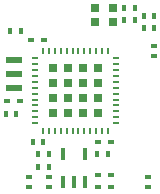
<source format=gtp>
G04 #@! TF.FileFunction,Paste,Top*
%FSLAX46Y46*%
G04 Gerber Fmt 4.6, Leading zero omitted, Abs format (unit mm)*
G04 Created by KiCad (PCBNEW 4.0.2-stable) date 5/14/2016 2:34:35 PM*
%MOMM*%
G01*
G04 APERTURE LIST*
%ADD10C,0.100000*%
%ADD11R,0.480000X0.400000*%
%ADD12R,0.400000X0.480000*%
%ADD13R,0.320000X0.480000*%
%ADD14R,0.480000X0.320000*%
%ADD15R,0.560000X0.200000*%
%ADD16R,0.200000X0.560000*%
%ADD17R,0.772500X0.772500*%
%ADD18R,1.360000X0.560000*%
%ADD19R,0.638048X0.638048*%
%ADD20R,0.447040X1.056640*%
G04 APERTURE END LIST*
D10*
D11*
X200237000Y-111696500D03*
X201337000Y-111696500D03*
D12*
X196151500Y-109876500D03*
X196151500Y-110976500D03*
X195199000Y-109876500D03*
X195199000Y-110976500D03*
D11*
X193653500Y-105410000D03*
X192553500Y-105410000D03*
X200237000Y-108839000D03*
X201337000Y-108839000D03*
X200237000Y-112649000D03*
X201337000Y-112649000D03*
X195685500Y-100203000D03*
X194585500Y-100203000D03*
D13*
X192463000Y-106489500D03*
X193363000Y-106489500D03*
X205047000Y-98234500D03*
X204147000Y-98234500D03*
X204147000Y-99187000D03*
X205047000Y-99187000D03*
X200210000Y-109855000D03*
X201110000Y-109855000D03*
D14*
X204978000Y-101605500D03*
X204978000Y-100705500D03*
X194437000Y-112718000D03*
X194437000Y-111818000D03*
X196151500Y-112718000D03*
X196151500Y-111818000D03*
X204470000Y-112718000D03*
X204470000Y-111818000D03*
D13*
X194749000Y-108902500D03*
X195649000Y-108902500D03*
X192844000Y-99504500D03*
X193744000Y-99504500D03*
X202496000Y-97536000D03*
X203396000Y-97536000D03*
X203396000Y-98552000D03*
X202496000Y-98552000D03*
D15*
X194974000Y-101771000D03*
X194974000Y-102271000D03*
X194974000Y-102771000D03*
X194974000Y-103271000D03*
X194974000Y-103771000D03*
X194974000Y-104271000D03*
X194974000Y-104771000D03*
X194974000Y-105271000D03*
X194974000Y-105771000D03*
X194974000Y-106271000D03*
X194974000Y-106771000D03*
X194974000Y-107271000D03*
D16*
X195624000Y-107921000D03*
X196124000Y-107921000D03*
X196624000Y-107921000D03*
X197124000Y-107921000D03*
X197624000Y-107921000D03*
X198124000Y-107921000D03*
X198624000Y-107921000D03*
X199124000Y-107921000D03*
X199624000Y-107921000D03*
X200124000Y-107921000D03*
X200624000Y-107921000D03*
X201124000Y-107921000D03*
D15*
X201774000Y-107271000D03*
X201774000Y-106771000D03*
X201774000Y-106271000D03*
X201774000Y-105771000D03*
X201774000Y-105271000D03*
X201774000Y-104771000D03*
X201774000Y-104271000D03*
X201774000Y-103771000D03*
X201774000Y-103271000D03*
X201774000Y-102771000D03*
X201774000Y-102271000D03*
X201774000Y-101771000D03*
D16*
X201124000Y-101121000D03*
X200624000Y-101121000D03*
X200124000Y-101121000D03*
X199624000Y-101121000D03*
X199124000Y-101121000D03*
X198624000Y-101121000D03*
X198124000Y-101121000D03*
X197624000Y-101121000D03*
X197124000Y-101121000D03*
X196624000Y-101121000D03*
X196124000Y-101121000D03*
X195624000Y-101121000D03*
D17*
X200305250Y-106452250D03*
X200305250Y-105164750D03*
X200305250Y-103877250D03*
X200305250Y-102589750D03*
X199017750Y-106452250D03*
X199017750Y-105164750D03*
X199017750Y-103877250D03*
X199017750Y-102589750D03*
X197730250Y-106452250D03*
X197730250Y-105164750D03*
X197730250Y-103877250D03*
X197730250Y-102589750D03*
X196442750Y-106452250D03*
X196442750Y-105164750D03*
X196442750Y-103877250D03*
X196442750Y-102589750D03*
D18*
X193167000Y-101924000D03*
X193167000Y-103124000D03*
X193167000Y-104324000D03*
D19*
X201536300Y-97536000D03*
X200037700Y-97536000D03*
X201536300Y-98679000D03*
X200037700Y-98679000D03*
D20*
X197307200Y-112229900D03*
X198247000Y-112229900D03*
X199186800Y-112229900D03*
X199186800Y-109893100D03*
X197307200Y-109893100D03*
M02*

</source>
